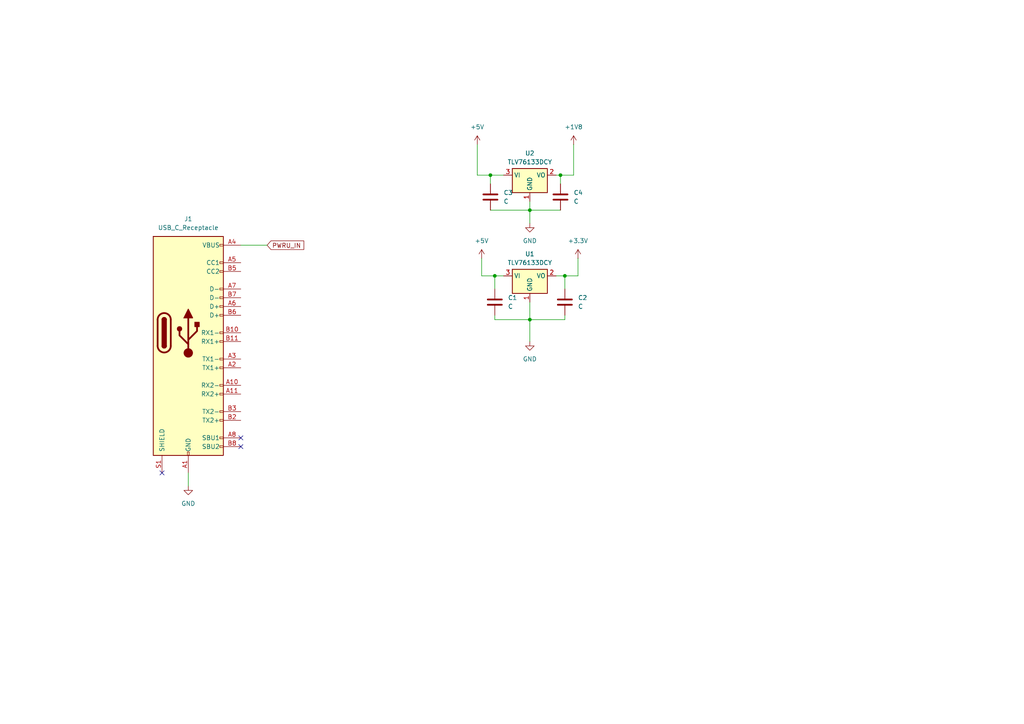
<source format=kicad_sch>
(kicad_sch
	(version 20231120)
	(generator "eeschema")
	(generator_version "8.0")
	(uuid "9673fe47-6f85-46d5-adac-85f6bab3eb26")
	(paper "A4")
	(lib_symbols
		(symbol "Connector:USB_C_Receptacle"
			(pin_names
				(offset 1.016)
			)
			(exclude_from_sim no)
			(in_bom yes)
			(on_board yes)
			(property "Reference" "J"
				(at -10.16 29.21 0)
				(effects
					(font
						(size 1.27 1.27)
					)
					(justify left)
				)
			)
			(property "Value" "USB_C_Receptacle"
				(at 10.16 29.21 0)
				(effects
					(font
						(size 1.27 1.27)
					)
					(justify right)
				)
			)
			(property "Footprint" ""
				(at 3.81 0 0)
				(effects
					(font
						(size 1.27 1.27)
					)
					(hide yes)
				)
			)
			(property "Datasheet" "https://www.usb.org/sites/default/files/documents/usb_type-c.zip"
				(at 3.81 0 0)
				(effects
					(font
						(size 1.27 1.27)
					)
					(hide yes)
				)
			)
			(property "Description" "USB Full-Featured Type-C Receptacle connector"
				(at 0 0 0)
				(effects
					(font
						(size 1.27 1.27)
					)
					(hide yes)
				)
			)
			(property "ki_keywords" "usb universal serial bus type-C full-featured"
				(at 0 0 0)
				(effects
					(font
						(size 1.27 1.27)
					)
					(hide yes)
				)
			)
			(property "ki_fp_filters" "USB*C*Receptacle*"
				(at 0 0 0)
				(effects
					(font
						(size 1.27 1.27)
					)
					(hide yes)
				)
			)
			(symbol "USB_C_Receptacle_0_0"
				(rectangle
					(start -0.254 -35.56)
					(end 0.254 -34.544)
					(stroke
						(width 0)
						(type default)
					)
					(fill
						(type none)
					)
				)
				(rectangle
					(start 10.16 -32.766)
					(end 9.144 -33.274)
					(stroke
						(width 0)
						(type default)
					)
					(fill
						(type none)
					)
				)
				(rectangle
					(start 10.16 -30.226)
					(end 9.144 -30.734)
					(stroke
						(width 0)
						(type default)
					)
					(fill
						(type none)
					)
				)
				(rectangle
					(start 10.16 -25.146)
					(end 9.144 -25.654)
					(stroke
						(width 0)
						(type default)
					)
					(fill
						(type none)
					)
				)
				(rectangle
					(start 10.16 -22.606)
					(end 9.144 -23.114)
					(stroke
						(width 0)
						(type default)
					)
					(fill
						(type none)
					)
				)
				(rectangle
					(start 10.16 -17.526)
					(end 9.144 -18.034)
					(stroke
						(width 0)
						(type default)
					)
					(fill
						(type none)
					)
				)
				(rectangle
					(start 10.16 -14.986)
					(end 9.144 -15.494)
					(stroke
						(width 0)
						(type default)
					)
					(fill
						(type none)
					)
				)
				(rectangle
					(start 10.16 -9.906)
					(end 9.144 -10.414)
					(stroke
						(width 0)
						(type default)
					)
					(fill
						(type none)
					)
				)
				(rectangle
					(start 10.16 -7.366)
					(end 9.144 -7.874)
					(stroke
						(width 0)
						(type default)
					)
					(fill
						(type none)
					)
				)
				(rectangle
					(start 10.16 -2.286)
					(end 9.144 -2.794)
					(stroke
						(width 0)
						(type default)
					)
					(fill
						(type none)
					)
				)
				(rectangle
					(start 10.16 0.254)
					(end 9.144 -0.254)
					(stroke
						(width 0)
						(type default)
					)
					(fill
						(type none)
					)
				)
				(rectangle
					(start 10.16 5.334)
					(end 9.144 4.826)
					(stroke
						(width 0)
						(type default)
					)
					(fill
						(type none)
					)
				)
				(rectangle
					(start 10.16 7.874)
					(end 9.144 7.366)
					(stroke
						(width 0)
						(type default)
					)
					(fill
						(type none)
					)
				)
				(rectangle
					(start 10.16 10.414)
					(end 9.144 9.906)
					(stroke
						(width 0)
						(type default)
					)
					(fill
						(type none)
					)
				)
				(rectangle
					(start 10.16 12.954)
					(end 9.144 12.446)
					(stroke
						(width 0)
						(type default)
					)
					(fill
						(type none)
					)
				)
				(rectangle
					(start 10.16 18.034)
					(end 9.144 17.526)
					(stroke
						(width 0)
						(type default)
					)
					(fill
						(type none)
					)
				)
				(rectangle
					(start 10.16 20.574)
					(end 9.144 20.066)
					(stroke
						(width 0)
						(type default)
					)
					(fill
						(type none)
					)
				)
				(rectangle
					(start 10.16 25.654)
					(end 9.144 25.146)
					(stroke
						(width 0)
						(type default)
					)
					(fill
						(type none)
					)
				)
			)
			(symbol "USB_C_Receptacle_0_1"
				(rectangle
					(start -10.16 27.94)
					(end 10.16 -35.56)
					(stroke
						(width 0.254)
						(type default)
					)
					(fill
						(type background)
					)
				)
				(arc
					(start -8.89 -3.81)
					(mid -6.985 -5.7067)
					(end -5.08 -3.81)
					(stroke
						(width 0.508)
						(type default)
					)
					(fill
						(type none)
					)
				)
				(arc
					(start -7.62 -3.81)
					(mid -6.985 -4.4423)
					(end -6.35 -3.81)
					(stroke
						(width 0.254)
						(type default)
					)
					(fill
						(type none)
					)
				)
				(arc
					(start -7.62 -3.81)
					(mid -6.985 -4.4423)
					(end -6.35 -3.81)
					(stroke
						(width 0.254)
						(type default)
					)
					(fill
						(type outline)
					)
				)
				(rectangle
					(start -7.62 -3.81)
					(end -6.35 3.81)
					(stroke
						(width 0.254)
						(type default)
					)
					(fill
						(type outline)
					)
				)
				(arc
					(start -6.35 3.81)
					(mid -6.985 4.4423)
					(end -7.62 3.81)
					(stroke
						(width 0.254)
						(type default)
					)
					(fill
						(type none)
					)
				)
				(arc
					(start -6.35 3.81)
					(mid -6.985 4.4423)
					(end -7.62 3.81)
					(stroke
						(width 0.254)
						(type default)
					)
					(fill
						(type outline)
					)
				)
				(arc
					(start -5.08 3.81)
					(mid -6.985 5.7067)
					(end -8.89 3.81)
					(stroke
						(width 0.508)
						(type default)
					)
					(fill
						(type none)
					)
				)
				(polyline
					(pts
						(xy -8.89 -3.81) (xy -8.89 3.81)
					)
					(stroke
						(width 0.508)
						(type default)
					)
					(fill
						(type none)
					)
				)
				(polyline
					(pts
						(xy -5.08 3.81) (xy -5.08 -3.81)
					)
					(stroke
						(width 0.508)
						(type default)
					)
					(fill
						(type none)
					)
				)
			)
			(symbol "USB_C_Receptacle_1_1"
				(circle
					(center -2.54 1.143)
					(radius 0.635)
					(stroke
						(width 0.254)
						(type default)
					)
					(fill
						(type outline)
					)
				)
				(circle
					(center 0 -5.842)
					(radius 1.27)
					(stroke
						(width 0)
						(type default)
					)
					(fill
						(type outline)
					)
				)
				(polyline
					(pts
						(xy 0 -5.842) (xy 0 4.318)
					)
					(stroke
						(width 0.508)
						(type default)
					)
					(fill
						(type none)
					)
				)
				(polyline
					(pts
						(xy 0 -3.302) (xy -2.54 -0.762) (xy -2.54 0.508)
					)
					(stroke
						(width 0.508)
						(type default)
					)
					(fill
						(type none)
					)
				)
				(polyline
					(pts
						(xy 0 -2.032) (xy 2.54 0.508) (xy 2.54 1.778)
					)
					(stroke
						(width 0.508)
						(type default)
					)
					(fill
						(type none)
					)
				)
				(polyline
					(pts
						(xy -1.27 4.318) (xy 0 6.858) (xy 1.27 4.318) (xy -1.27 4.318)
					)
					(stroke
						(width 0.254)
						(type default)
					)
					(fill
						(type outline)
					)
				)
				(rectangle
					(start 1.905 1.778)
					(end 3.175 3.048)
					(stroke
						(width 0.254)
						(type default)
					)
					(fill
						(type outline)
					)
				)
				(pin passive line
					(at 0 -40.64 90)
					(length 5.08)
					(name "GND"
						(effects
							(font
								(size 1.27 1.27)
							)
						)
					)
					(number "A1"
						(effects
							(font
								(size 1.27 1.27)
							)
						)
					)
				)
				(pin bidirectional line
					(at 15.24 -15.24 180)
					(length 5.08)
					(name "RX2-"
						(effects
							(font
								(size 1.27 1.27)
							)
						)
					)
					(number "A10"
						(effects
							(font
								(size 1.27 1.27)
							)
						)
					)
				)
				(pin bidirectional line
					(at 15.24 -17.78 180)
					(length 5.08)
					(name "RX2+"
						(effects
							(font
								(size 1.27 1.27)
							)
						)
					)
					(number "A11"
						(effects
							(font
								(size 1.27 1.27)
							)
						)
					)
				)
				(pin passive line
					(at 0 -40.64 90)
					(length 5.08) hide
					(name "GND"
						(effects
							(font
								(size 1.27 1.27)
							)
						)
					)
					(number "A12"
						(effects
							(font
								(size 1.27 1.27)
							)
						)
					)
				)
				(pin bidirectional line
					(at 15.24 -10.16 180)
					(length 5.08)
					(name "TX1+"
						(effects
							(font
								(size 1.27 1.27)
							)
						)
					)
					(number "A2"
						(effects
							(font
								(size 1.27 1.27)
							)
						)
					)
				)
				(pin bidirectional line
					(at 15.24 -7.62 180)
					(length 5.08)
					(name "TX1-"
						(effects
							(font
								(size 1.27 1.27)
							)
						)
					)
					(number "A3"
						(effects
							(font
								(size 1.27 1.27)
							)
						)
					)
				)
				(pin passive line
					(at 15.24 25.4 180)
					(length 5.08)
					(name "VBUS"
						(effects
							(font
								(size 1.27 1.27)
							)
						)
					)
					(number "A4"
						(effects
							(font
								(size 1.27 1.27)
							)
						)
					)
				)
				(pin bidirectional line
					(at 15.24 20.32 180)
					(length 5.08)
					(name "CC1"
						(effects
							(font
								(size 1.27 1.27)
							)
						)
					)
					(number "A5"
						(effects
							(font
								(size 1.27 1.27)
							)
						)
					)
				)
				(pin bidirectional line
					(at 15.24 7.62 180)
					(length 5.08)
					(name "D+"
						(effects
							(font
								(size 1.27 1.27)
							)
						)
					)
					(number "A6"
						(effects
							(font
								(size 1.27 1.27)
							)
						)
					)
				)
				(pin bidirectional line
					(at 15.24 12.7 180)
					(length 5.08)
					(name "D-"
						(effects
							(font
								(size 1.27 1.27)
							)
						)
					)
					(number "A7"
						(effects
							(font
								(size 1.27 1.27)
							)
						)
					)
				)
				(pin bidirectional line
					(at 15.24 -30.48 180)
					(length 5.08)
					(name "SBU1"
						(effects
							(font
								(size 1.27 1.27)
							)
						)
					)
					(number "A8"
						(effects
							(font
								(size 1.27 1.27)
							)
						)
					)
				)
				(pin passive line
					(at 15.24 25.4 180)
					(length 5.08) hide
					(name "VBUS"
						(effects
							(font
								(size 1.27 1.27)
							)
						)
					)
					(number "A9"
						(effects
							(font
								(size 1.27 1.27)
							)
						)
					)
				)
				(pin passive line
					(at 0 -40.64 90)
					(length 5.08) hide
					(name "GND"
						(effects
							(font
								(size 1.27 1.27)
							)
						)
					)
					(number "B1"
						(effects
							(font
								(size 1.27 1.27)
							)
						)
					)
				)
				(pin bidirectional line
					(at 15.24 0 180)
					(length 5.08)
					(name "RX1-"
						(effects
							(font
								(size 1.27 1.27)
							)
						)
					)
					(number "B10"
						(effects
							(font
								(size 1.27 1.27)
							)
						)
					)
				)
				(pin bidirectional line
					(at 15.24 -2.54 180)
					(length 5.08)
					(name "RX1+"
						(effects
							(font
								(size 1.27 1.27)
							)
						)
					)
					(number "B11"
						(effects
							(font
								(size 1.27 1.27)
							)
						)
					)
				)
				(pin passive line
					(at 0 -40.64 90)
					(length 5.08) hide
					(name "GND"
						(effects
							(font
								(size 1.27 1.27)
							)
						)
					)
					(number "B12"
						(effects
							(font
								(size 1.27 1.27)
							)
						)
					)
				)
				(pin bidirectional line
					(at 15.24 -25.4 180)
					(length 5.08)
					(name "TX2+"
						(effects
							(font
								(size 1.27 1.27)
							)
						)
					)
					(number "B2"
						(effects
							(font
								(size 1.27 1.27)
							)
						)
					)
				)
				(pin bidirectional line
					(at 15.24 -22.86 180)
					(length 5.08)
					(name "TX2-"
						(effects
							(font
								(size 1.27 1.27)
							)
						)
					)
					(number "B3"
						(effects
							(font
								(size 1.27 1.27)
							)
						)
					)
				)
				(pin passive line
					(at 15.24 25.4 180)
					(length 5.08) hide
					(name "VBUS"
						(effects
							(font
								(size 1.27 1.27)
							)
						)
					)
					(number "B4"
						(effects
							(font
								(size 1.27 1.27)
							)
						)
					)
				)
				(pin bidirectional line
					(at 15.24 17.78 180)
					(length 5.08)
					(name "CC2"
						(effects
							(font
								(size 1.27 1.27)
							)
						)
					)
					(number "B5"
						(effects
							(font
								(size 1.27 1.27)
							)
						)
					)
				)
				(pin bidirectional line
					(at 15.24 5.08 180)
					(length 5.08)
					(name "D+"
						(effects
							(font
								(size 1.27 1.27)
							)
						)
					)
					(number "B6"
						(effects
							(font
								(size 1.27 1.27)
							)
						)
					)
				)
				(pin bidirectional line
					(at 15.24 10.16 180)
					(length 5.08)
					(name "D-"
						(effects
							(font
								(size 1.27 1.27)
							)
						)
					)
					(number "B7"
						(effects
							(font
								(size 1.27 1.27)
							)
						)
					)
				)
				(pin bidirectional line
					(at 15.24 -33.02 180)
					(length 5.08)
					(name "SBU2"
						(effects
							(font
								(size 1.27 1.27)
							)
						)
					)
					(number "B8"
						(effects
							(font
								(size 1.27 1.27)
							)
						)
					)
				)
				(pin passive line
					(at 15.24 25.4 180)
					(length 5.08) hide
					(name "VBUS"
						(effects
							(font
								(size 1.27 1.27)
							)
						)
					)
					(number "B9"
						(effects
							(font
								(size 1.27 1.27)
							)
						)
					)
				)
				(pin passive line
					(at -7.62 -40.64 90)
					(length 5.08)
					(name "SHIELD"
						(effects
							(font
								(size 1.27 1.27)
							)
						)
					)
					(number "S1"
						(effects
							(font
								(size 1.27 1.27)
							)
						)
					)
				)
			)
		)
		(symbol "Device:C"
			(pin_numbers hide)
			(pin_names
				(offset 0.254)
			)
			(exclude_from_sim no)
			(in_bom yes)
			(on_board yes)
			(property "Reference" "C"
				(at 0.635 2.54 0)
				(effects
					(font
						(size 1.27 1.27)
					)
					(justify left)
				)
			)
			(property "Value" "C"
				(at 0.635 -2.54 0)
				(effects
					(font
						(size 1.27 1.27)
					)
					(justify left)
				)
			)
			(property "Footprint" ""
				(at 0.9652 -3.81 0)
				(effects
					(font
						(size 1.27 1.27)
					)
					(hide yes)
				)
			)
			(property "Datasheet" "~"
				(at 0 0 0)
				(effects
					(font
						(size 1.27 1.27)
					)
					(hide yes)
				)
			)
			(property "Description" "Unpolarized capacitor"
				(at 0 0 0)
				(effects
					(font
						(size 1.27 1.27)
					)
					(hide yes)
				)
			)
			(property "ki_keywords" "cap capacitor"
				(at 0 0 0)
				(effects
					(font
						(size 1.27 1.27)
					)
					(hide yes)
				)
			)
			(property "ki_fp_filters" "C_*"
				(at 0 0 0)
				(effects
					(font
						(size 1.27 1.27)
					)
					(hide yes)
				)
			)
			(symbol "C_0_1"
				(polyline
					(pts
						(xy -2.032 -0.762) (xy 2.032 -0.762)
					)
					(stroke
						(width 0.508)
						(type default)
					)
					(fill
						(type none)
					)
				)
				(polyline
					(pts
						(xy -2.032 0.762) (xy 2.032 0.762)
					)
					(stroke
						(width 0.508)
						(type default)
					)
					(fill
						(type none)
					)
				)
			)
			(symbol "C_1_1"
				(pin passive line
					(at 0 3.81 270)
					(length 2.794)
					(name "~"
						(effects
							(font
								(size 1.27 1.27)
							)
						)
					)
					(number "1"
						(effects
							(font
								(size 1.27 1.27)
							)
						)
					)
				)
				(pin passive line
					(at 0 -3.81 90)
					(length 2.794)
					(name "~"
						(effects
							(font
								(size 1.27 1.27)
							)
						)
					)
					(number "2"
						(effects
							(font
								(size 1.27 1.27)
							)
						)
					)
				)
			)
		)
		(symbol "Regulator_Linear:TLV76133DCY"
			(exclude_from_sim no)
			(in_bom yes)
			(on_board yes)
			(property "Reference" "U"
				(at -7.62 6.35 0)
				(effects
					(font
						(size 1.27 1.27)
					)
					(justify left)
				)
			)
			(property "Value" "TLV76133DCY"
				(at -1.27 6.35 0)
				(effects
					(font
						(size 1.27 1.27)
					)
					(justify left)
				)
			)
			(property "Footprint" "Package_TO_SOT_SMD:SOT-223-3_TabPin2"
				(at 0 -11.43 0)
				(effects
					(font
						(size 1.27 1.27)
					)
					(hide yes)
				)
			)
			(property "Datasheet" "https://www.ti.com/lit/ds/symlink/tlv761.pdf"
				(at 0 -13.97 0)
				(effects
					(font
						(size 1.27 1.27)
					)
					(hide yes)
				)
			)
			(property "Description" "3.3V, 1A, Low Noise, High-PSRR LDO Regulator, 2.5V...16V input, SOT-223"
				(at 0 0 0)
				(effects
					(font
						(size 1.27 1.27)
					)
					(hide yes)
				)
			)
			(property "ki_keywords" "voltage fixed low-dropout"
				(at 0 0 0)
				(effects
					(font
						(size 1.27 1.27)
					)
					(hide yes)
				)
			)
			(property "ki_fp_filters" "SOT*223*"
				(at 0 0 0)
				(effects
					(font
						(size 1.27 1.27)
					)
					(hide yes)
				)
			)
			(symbol "TLV76133DCY_0_1"
				(rectangle
					(start -5.08 -5.08)
					(end 5.08 1.905)
					(stroke
						(width 0.254)
						(type default)
					)
					(fill
						(type background)
					)
				)
			)
			(symbol "TLV76133DCY_1_1"
				(pin power_in line
					(at 0 -7.62 90)
					(length 2.54)
					(name "GND"
						(effects
							(font
								(size 1.27 1.27)
							)
						)
					)
					(number "1"
						(effects
							(font
								(size 1.27 1.27)
							)
						)
					)
				)
				(pin power_out line
					(at 7.62 0 180)
					(length 2.54)
					(name "VO"
						(effects
							(font
								(size 1.27 1.27)
							)
						)
					)
					(number "2"
						(effects
							(font
								(size 1.27 1.27)
							)
						)
					)
				)
				(pin power_in line
					(at -7.62 0 0)
					(length 2.54)
					(name "VI"
						(effects
							(font
								(size 1.27 1.27)
							)
						)
					)
					(number "3"
						(effects
							(font
								(size 1.27 1.27)
							)
						)
					)
				)
			)
		)
		(symbol "power:+1V8"
			(power)
			(pin_numbers hide)
			(pin_names
				(offset 0) hide)
			(exclude_from_sim no)
			(in_bom yes)
			(on_board yes)
			(property "Reference" "#PWR"
				(at 0 -3.81 0)
				(effects
					(font
						(size 1.27 1.27)
					)
					(hide yes)
				)
			)
			(property "Value" "+1V8"
				(at 0 3.556 0)
				(effects
					(font
						(size 1.27 1.27)
					)
				)
			)
			(property "Footprint" ""
				(at 0 0 0)
				(effects
					(font
						(size 1.27 1.27)
					)
					(hide yes)
				)
			)
			(property "Datasheet" ""
				(at 0 0 0)
				(effects
					(font
						(size 1.27 1.27)
					)
					(hide yes)
				)
			)
			(property "Description" "Power symbol creates a global label with name \"+1V8\""
				(at 0 0 0)
				(effects
					(font
						(size 1.27 1.27)
					)
					(hide yes)
				)
			)
			(property "ki_keywords" "global power"
				(at 0 0 0)
				(effects
					(font
						(size 1.27 1.27)
					)
					(hide yes)
				)
			)
			(symbol "+1V8_0_1"
				(polyline
					(pts
						(xy -0.762 1.27) (xy 0 2.54)
					)
					(stroke
						(width 0)
						(type default)
					)
					(fill
						(type none)
					)
				)
				(polyline
					(pts
						(xy 0 0) (xy 0 2.54)
					)
					(stroke
						(width 0)
						(type default)
					)
					(fill
						(type none)
					)
				)
				(polyline
					(pts
						(xy 0 2.54) (xy 0.762 1.27)
					)
					(stroke
						(width 0)
						(type default)
					)
					(fill
						(type none)
					)
				)
			)
			(symbol "+1V8_1_1"
				(pin power_in line
					(at 0 0 90)
					(length 0)
					(name "~"
						(effects
							(font
								(size 1.27 1.27)
							)
						)
					)
					(number "1"
						(effects
							(font
								(size 1.27 1.27)
							)
						)
					)
				)
			)
		)
		(symbol "power:+3.3V"
			(power)
			(pin_numbers hide)
			(pin_names
				(offset 0) hide)
			(exclude_from_sim no)
			(in_bom yes)
			(on_board yes)
			(property "Reference" "#PWR"
				(at 0 -3.81 0)
				(effects
					(font
						(size 1.27 1.27)
					)
					(hide yes)
				)
			)
			(property "Value" "+3.3V"
				(at 0 3.556 0)
				(effects
					(font
						(size 1.27 1.27)
					)
				)
			)
			(property "Footprint" ""
				(at 0 0 0)
				(effects
					(font
						(size 1.27 1.27)
					)
					(hide yes)
				)
			)
			(property "Datasheet" ""
				(at 0 0 0)
				(effects
					(font
						(size 1.27 1.27)
					)
					(hide yes)
				)
			)
			(property "Description" "Power symbol creates a global label with name \"+3.3V\""
				(at 0 0 0)
				(effects
					(font
						(size 1.27 1.27)
					)
					(hide yes)
				)
			)
			(property "ki_keywords" "global power"
				(at 0 0 0)
				(effects
					(font
						(size 1.27 1.27)
					)
					(hide yes)
				)
			)
			(symbol "+3.3V_0_1"
				(polyline
					(pts
						(xy -0.762 1.27) (xy 0 2.54)
					)
					(stroke
						(width 0)
						(type default)
					)
					(fill
						(type none)
					)
				)
				(polyline
					(pts
						(xy 0 0) (xy 0 2.54)
					)
					(stroke
						(width 0)
						(type default)
					)
					(fill
						(type none)
					)
				)
				(polyline
					(pts
						(xy 0 2.54) (xy 0.762 1.27)
					)
					(stroke
						(width 0)
						(type default)
					)
					(fill
						(type none)
					)
				)
			)
			(symbol "+3.3V_1_1"
				(pin power_in line
					(at 0 0 90)
					(length 0)
					(name "~"
						(effects
							(font
								(size 1.27 1.27)
							)
						)
					)
					(number "1"
						(effects
							(font
								(size 1.27 1.27)
							)
						)
					)
				)
			)
		)
		(symbol "power:+5V"
			(power)
			(pin_numbers hide)
			(pin_names
				(offset 0) hide)
			(exclude_from_sim no)
			(in_bom yes)
			(on_board yes)
			(property "Reference" "#PWR"
				(at 0 -3.81 0)
				(effects
					(font
						(size 1.27 1.27)
					)
					(hide yes)
				)
			)
			(property "Value" "+5V"
				(at 0 3.556 0)
				(effects
					(font
						(size 1.27 1.27)
					)
				)
			)
			(property "Footprint" ""
				(at 0 0 0)
				(effects
					(font
						(size 1.27 1.27)
					)
					(hide yes)
				)
			)
			(property "Datasheet" ""
				(at 0 0 0)
				(effects
					(font
						(size 1.27 1.27)
					)
					(hide yes)
				)
			)
			(property "Description" "Power symbol creates a global label with name \"+5V\""
				(at 0 0 0)
				(effects
					(font
						(size 1.27 1.27)
					)
					(hide yes)
				)
			)
			(property "ki_keywords" "global power"
				(at 0 0 0)
				(effects
					(font
						(size 1.27 1.27)
					)
					(hide yes)
				)
			)
			(symbol "+5V_0_1"
				(polyline
					(pts
						(xy -0.762 1.27) (xy 0 2.54)
					)
					(stroke
						(width 0)
						(type default)
					)
					(fill
						(type none)
					)
				)
				(polyline
					(pts
						(xy 0 0) (xy 0 2.54)
					)
					(stroke
						(width 0)
						(type default)
					)
					(fill
						(type none)
					)
				)
				(polyline
					(pts
						(xy 0 2.54) (xy 0.762 1.27)
					)
					(stroke
						(width 0)
						(type default)
					)
					(fill
						(type none)
					)
				)
			)
			(symbol "+5V_1_1"
				(pin power_in line
					(at 0 0 90)
					(length 0)
					(name "~"
						(effects
							(font
								(size 1.27 1.27)
							)
						)
					)
					(number "1"
						(effects
							(font
								(size 1.27 1.27)
							)
						)
					)
				)
			)
		)
		(symbol "power:GND"
			(power)
			(pin_numbers hide)
			(pin_names
				(offset 0) hide)
			(exclude_from_sim no)
			(in_bom yes)
			(on_board yes)
			(property "Reference" "#PWR"
				(at 0 -6.35 0)
				(effects
					(font
						(size 1.27 1.27)
					)
					(hide yes)
				)
			)
			(property "Value" "GND"
				(at 0 -3.81 0)
				(effects
					(font
						(size 1.27 1.27)
					)
				)
			)
			(property "Footprint" ""
				(at 0 0 0)
				(effects
					(font
						(size 1.27 1.27)
					)
					(hide yes)
				)
			)
			(property "Datasheet" ""
				(at 0 0 0)
				(effects
					(font
						(size 1.27 1.27)
					)
					(hide yes)
				)
			)
			(property "Description" "Power symbol creates a global label with name \"GND\" , ground"
				(at 0 0 0)
				(effects
					(font
						(size 1.27 1.27)
					)
					(hide yes)
				)
			)
			(property "ki_keywords" "global power"
				(at 0 0 0)
				(effects
					(font
						(size 1.27 1.27)
					)
					(hide yes)
				)
			)
			(symbol "GND_0_1"
				(polyline
					(pts
						(xy 0 0) (xy 0 -1.27) (xy 1.27 -1.27) (xy 0 -2.54) (xy -1.27 -1.27) (xy 0 -1.27)
					)
					(stroke
						(width 0)
						(type default)
					)
					(fill
						(type none)
					)
				)
			)
			(symbol "GND_1_1"
				(pin power_in line
					(at 0 0 270)
					(length 0)
					(name "~"
						(effects
							(font
								(size 1.27 1.27)
							)
						)
					)
					(number "1"
						(effects
							(font
								(size 1.27 1.27)
							)
						)
					)
				)
			)
		)
	)
	(junction
		(at 142.24 50.8)
		(diameter 0)
		(color 0 0 0 0)
		(uuid "047c3d44-d8e5-45da-8a9f-ca117870bc0c")
	)
	(junction
		(at 153.67 92.71)
		(diameter 0)
		(color 0 0 0 0)
		(uuid "33d124f9-dfff-40bf-aa1a-f79057ec0c9c")
	)
	(junction
		(at 143.51 80.01)
		(diameter 0)
		(color 0 0 0 0)
		(uuid "5155607d-8aa1-44ee-9dca-a28e97809fae")
	)
	(junction
		(at 162.56 50.8)
		(diameter 0)
		(color 0 0 0 0)
		(uuid "6c4c9a8c-91e5-4625-b338-59df4c41d6f3")
	)
	(junction
		(at 163.83 80.01)
		(diameter 0)
		(color 0 0 0 0)
		(uuid "75c556f9-079d-4ee8-a7d7-6da05c39f3df")
	)
	(junction
		(at 153.67 60.96)
		(diameter 0)
		(color 0 0 0 0)
		(uuid "ea07eaa5-6d62-4a28-9c03-26fdd1c4b4dc")
	)
	(no_connect
		(at 69.85 127)
		(uuid "2bbbeb58-a7a8-4943-b432-68f73536dfaf")
	)
	(no_connect
		(at 46.99 137.16)
		(uuid "d1fa63a2-3167-4274-90a6-a6ed605a3ecf")
	)
	(no_connect
		(at 69.85 129.54)
		(uuid "e8a1633e-5195-4c61-a859-38a66f89e10d")
	)
	(wire
		(pts
			(xy 153.67 92.71) (xy 163.83 92.71)
		)
		(stroke
			(width 0)
			(type default)
		)
		(uuid "0164b759-564b-4d63-8cec-b6c8c4c9c357")
	)
	(wire
		(pts
			(xy 143.51 92.71) (xy 153.67 92.71)
		)
		(stroke
			(width 0)
			(type default)
		)
		(uuid "0483943d-873c-4a07-8f84-2cc4859ff2db")
	)
	(wire
		(pts
			(xy 143.51 80.01) (xy 143.51 83.82)
		)
		(stroke
			(width 0)
			(type default)
		)
		(uuid "10bf71d2-cb4a-4d30-a53b-c63ceb4ddea1")
	)
	(wire
		(pts
			(xy 142.24 50.8) (xy 138.43 50.8)
		)
		(stroke
			(width 0)
			(type default)
		)
		(uuid "1ece00d3-e6ca-45a4-9f81-7b9ae6485e6e")
	)
	(wire
		(pts
			(xy 163.83 91.44) (xy 163.83 92.71)
		)
		(stroke
			(width 0)
			(type default)
		)
		(uuid "1f7d1fe3-7c48-471d-9f8c-3849e6a59bce")
	)
	(wire
		(pts
			(xy 143.51 91.44) (xy 143.51 92.71)
		)
		(stroke
			(width 0)
			(type default)
		)
		(uuid "26ef3602-9731-4fb5-b199-e1a3aafcc40b")
	)
	(wire
		(pts
			(xy 162.56 50.8) (xy 161.29 50.8)
		)
		(stroke
			(width 0)
			(type default)
		)
		(uuid "2f88cf7a-48ff-4023-8bc7-ebf7c175a825")
	)
	(wire
		(pts
			(xy 153.67 58.42) (xy 153.67 60.96)
		)
		(stroke
			(width 0)
			(type default)
		)
		(uuid "4218285c-192a-4f9f-b085-969fe4ed70ac")
	)
	(wire
		(pts
			(xy 54.61 137.16) (xy 54.61 140.97)
		)
		(stroke
			(width 0)
			(type default)
		)
		(uuid "504fa7e7-cbcc-47f7-9723-c6f46124a823")
	)
	(wire
		(pts
			(xy 142.24 50.8) (xy 142.24 53.34)
		)
		(stroke
			(width 0)
			(type default)
		)
		(uuid "545e9c78-041b-44be-ae2a-9c9f216faea8")
	)
	(wire
		(pts
			(xy 163.83 80.01) (xy 163.83 83.82)
		)
		(stroke
			(width 0)
			(type default)
		)
		(uuid "5f4a4551-4eb1-4c51-83ef-2528f040da55")
	)
	(wire
		(pts
			(xy 161.29 80.01) (xy 163.83 80.01)
		)
		(stroke
			(width 0)
			(type default)
		)
		(uuid "62b3282c-bc34-4722-b249-132e6007ca03")
	)
	(wire
		(pts
			(xy 166.37 41.91) (xy 166.37 50.8)
		)
		(stroke
			(width 0)
			(type default)
		)
		(uuid "72b08b8d-c7b3-4431-84c7-8d7a2a34a086")
	)
	(wire
		(pts
			(xy 142.24 60.96) (xy 153.67 60.96)
		)
		(stroke
			(width 0)
			(type default)
		)
		(uuid "7a8bfb77-1fc7-4e2b-942d-267337ee3226")
	)
	(wire
		(pts
			(xy 146.05 50.8) (xy 142.24 50.8)
		)
		(stroke
			(width 0)
			(type default)
		)
		(uuid "81907c3a-00c4-4b74-a1d1-fd318e0287aa")
	)
	(wire
		(pts
			(xy 153.67 60.96) (xy 162.56 60.96)
		)
		(stroke
			(width 0)
			(type default)
		)
		(uuid "9858a46b-d094-4990-9d8f-2ad475d4de63")
	)
	(wire
		(pts
			(xy 163.83 80.01) (xy 167.64 80.01)
		)
		(stroke
			(width 0)
			(type default)
		)
		(uuid "a5c48e87-8cb7-497b-b0e0-f283412b3964")
	)
	(wire
		(pts
			(xy 167.64 80.01) (xy 167.64 74.93)
		)
		(stroke
			(width 0)
			(type default)
		)
		(uuid "a6a23c09-bfef-48df-be8d-f5f83117291a")
	)
	(wire
		(pts
			(xy 162.56 50.8) (xy 162.56 53.34)
		)
		(stroke
			(width 0)
			(type default)
		)
		(uuid "badb4786-a930-4a39-a39f-de587179bef8")
	)
	(wire
		(pts
			(xy 143.51 80.01) (xy 146.05 80.01)
		)
		(stroke
			(width 0)
			(type default)
		)
		(uuid "c6d58016-7659-426d-b60b-86e75161744d")
	)
	(wire
		(pts
			(xy 153.67 87.63) (xy 153.67 92.71)
		)
		(stroke
			(width 0)
			(type default)
		)
		(uuid "cd87579e-770f-4702-b7de-09e5781b64a4")
	)
	(wire
		(pts
			(xy 139.7 80.01) (xy 143.51 80.01)
		)
		(stroke
			(width 0)
			(type default)
		)
		(uuid "cdd7d4ad-97ec-4bd3-bab8-4cde4fdd1a53")
	)
	(wire
		(pts
			(xy 69.85 71.12) (xy 77.47 71.12)
		)
		(stroke
			(width 0)
			(type default)
		)
		(uuid "cf640b71-5fa4-4021-81df-e83dd03a6ac3")
	)
	(wire
		(pts
			(xy 139.7 80.01) (xy 139.7 74.93)
		)
		(stroke
			(width 0)
			(type default)
		)
		(uuid "d20230ac-b42e-42fe-8347-c8b3ead35fa3")
	)
	(wire
		(pts
			(xy 153.67 92.71) (xy 153.67 99.06)
		)
		(stroke
			(width 0)
			(type default)
		)
		(uuid "d4a029e0-d803-497c-8d41-e1cd99227d1e")
	)
	(wire
		(pts
			(xy 166.37 50.8) (xy 162.56 50.8)
		)
		(stroke
			(width 0)
			(type default)
		)
		(uuid "e4b62072-798c-402c-b360-357472f27a1c")
	)
	(wire
		(pts
			(xy 138.43 50.8) (xy 138.43 41.91)
		)
		(stroke
			(width 0)
			(type default)
		)
		(uuid "f50a589c-0ec2-4d88-ace9-76fa5847375a")
	)
	(wire
		(pts
			(xy 153.67 60.96) (xy 153.67 64.77)
		)
		(stroke
			(width 0)
			(type default)
		)
		(uuid "f7c06d30-cd34-4268-99b6-2363f8f86bd5")
	)
	(global_label "PWRU_IN"
		(shape input)
		(at 77.47 71.12 0)
		(fields_autoplaced yes)
		(effects
			(font
				(size 1.27 1.27)
			)
			(justify left)
		)
		(uuid "e4014f77-f749-4f9a-b9b5-06d30e8faea7")
		(property "Intersheetrefs" "${INTERSHEET_REFS}"
			(at 88.68 71.12 0)
			(effects
				(font
					(size 1.27 1.27)
				)
				(justify left)
				(hide yes)
			)
		)
	)
	(symbol
		(lib_id "power:GND")
		(at 54.61 140.97 0)
		(unit 1)
		(exclude_from_sim no)
		(in_bom yes)
		(on_board yes)
		(dnp no)
		(fields_autoplaced yes)
		(uuid "1b090125-7191-4077-97d1-a4f043dff504")
		(property "Reference" "#PWR01"
			(at 54.61 147.32 0)
			(effects
				(font
					(size 1.27 1.27)
				)
				(hide yes)
			)
		)
		(property "Value" "GND"
			(at 54.61 146.05 0)
			(effects
				(font
					(size 1.27 1.27)
				)
			)
		)
		(property "Footprint" ""
			(at 54.61 140.97 0)
			(effects
				(font
					(size 1.27 1.27)
				)
				(hide yes)
			)
		)
		(property "Datasheet" ""
			(at 54.61 140.97 0)
			(effects
				(font
					(size 1.27 1.27)
				)
				(hide yes)
			)
		)
		(property "Description" "Power symbol creates a global label with name \"GND\" , ground"
			(at 54.61 140.97 0)
			(effects
				(font
					(size 1.27 1.27)
				)
				(hide yes)
			)
		)
		(pin "1"
			(uuid "2e268bf5-5b74-4ded-a0b8-2b2762f2c1b3")
		)
		(instances
			(project ""
				(path "/1f1d514b-67fa-4200-8a91-3df4fa362116/0343c682-befc-4ee5-b37a-1320720af1f7"
					(reference "#PWR01")
					(unit 1)
				)
			)
		)
	)
	(symbol
		(lib_id "power:+5V")
		(at 138.43 41.91 0)
		(unit 1)
		(exclude_from_sim no)
		(in_bom yes)
		(on_board yes)
		(dnp no)
		(fields_autoplaced yes)
		(uuid "2b4f2769-536a-4e85-97dc-0e8c69d8c9be")
		(property "Reference" "#PWR06"
			(at 138.43 45.72 0)
			(effects
				(font
					(size 1.27 1.27)
				)
				(hide yes)
			)
		)
		(property "Value" "+5V"
			(at 138.43 36.83 0)
			(effects
				(font
					(size 1.27 1.27)
				)
			)
		)
		(property "Footprint" ""
			(at 138.43 41.91 0)
			(effects
				(font
					(size 1.27 1.27)
				)
				(hide yes)
			)
		)
		(property "Datasheet" ""
			(at 138.43 41.91 0)
			(effects
				(font
					(size 1.27 1.27)
				)
				(hide yes)
			)
		)
		(property "Description" "Power symbol creates a global label with name \"+5V\""
			(at 138.43 41.91 0)
			(effects
				(font
					(size 1.27 1.27)
				)
				(hide yes)
			)
		)
		(pin "1"
			(uuid "52dc0ba4-4b4e-4d99-b687-b21bd0ce5721")
		)
		(instances
			(project ""
				(path "/1f1d514b-67fa-4200-8a91-3df4fa362116/0343c682-befc-4ee5-b37a-1320720af1f7"
					(reference "#PWR06")
					(unit 1)
				)
			)
		)
	)
	(symbol
		(lib_id "Connector:USB_C_Receptacle")
		(at 54.61 96.52 0)
		(unit 1)
		(exclude_from_sim no)
		(in_bom yes)
		(on_board yes)
		(dnp no)
		(fields_autoplaced yes)
		(uuid "36d248f8-1ea1-4635-a0eb-99a901e8b45a")
		(property "Reference" "J1"
			(at 54.61 63.5 0)
			(effects
				(font
					(size 1.27 1.27)
				)
			)
		)
		(property "Value" "USB_C_Receptacle"
			(at 54.61 66.04 0)
			(effects
				(font
					(size 1.27 1.27)
				)
			)
		)
		(property "Footprint" ""
			(at 58.42 96.52 0)
			(effects
				(font
					(size 1.27 1.27)
				)
				(hide yes)
			)
		)
		(property "Datasheet" "https://www.usb.org/sites/default/files/documents/usb_type-c.zip"
			(at 58.42 96.52 0)
			(effects
				(font
					(size 1.27 1.27)
				)
				(hide yes)
			)
		)
		(property "Description" "USB Full-Featured Type-C Receptacle connector"
			(at 54.61 96.52 0)
			(effects
				(font
					(size 1.27 1.27)
				)
				(hide yes)
			)
		)
		(pin "A3"
			(uuid "e0047e8c-ebe8-480f-a7dc-a75c577ece61")
		)
		(pin "A5"
			(uuid "757d3cc2-d8a5-4226-af9d-edb9b68b8ce6")
		)
		(pin "A11"
			(uuid "241664ff-c6c4-4d87-8269-51be071dfed5")
		)
		(pin "B12"
			(uuid "99a8e8cf-7383-46c6-9410-14f21af160fd")
		)
		(pin "B1"
			(uuid "b5b278d7-cc14-4d20-9bd5-71af2c902e8a")
		)
		(pin "B8"
			(uuid "2aeff05b-882a-4f31-a93f-1b7f5b25b777")
		)
		(pin "A10"
			(uuid "df7e0b96-7f30-4da2-a4b3-0fe75b9e47b0")
		)
		(pin "A12"
			(uuid "9d23341b-d022-4bd7-a20a-ed7badcbb0ce")
		)
		(pin "B4"
			(uuid "a5584db1-f330-4a4f-9300-abd3f5e0fe03")
		)
		(pin "A7"
			(uuid "fec255bd-e4e7-4d36-9850-a5f3e03e0e72")
		)
		(pin "B5"
			(uuid "467efcda-49f3-446d-9b03-7da0522fe5ee")
		)
		(pin "A4"
			(uuid "b8485b9f-ac3f-4ee6-aeb1-a62d4fed90a8")
		)
		(pin "B6"
			(uuid "f132addf-c6af-4f97-aeeb-3444e8e5ce0e")
		)
		(pin "B9"
			(uuid "d69146e7-b693-4df7-9591-5b3e236dad95")
		)
		(pin "B11"
			(uuid "70764401-5627-402a-a62c-a6821f0d2da3")
		)
		(pin "B10"
			(uuid "aa18744b-f8f8-474f-8d66-58a1ec94a2bf")
		)
		(pin "B3"
			(uuid "6fff63ca-a3ff-44b9-a97e-2616bc3567ae")
		)
		(pin "A2"
			(uuid "6c8f0cfd-3150-4187-8970-6edeac583740")
		)
		(pin "A1"
			(uuid "d5b60524-0373-465f-a1e8-4a5688a94278")
		)
		(pin "A9"
			(uuid "6c74b276-0bbf-4fb8-8950-aae6a51fda7c")
		)
		(pin "A6"
			(uuid "f04e0275-d808-4817-892a-342946c533ca")
		)
		(pin "B2"
			(uuid "d223c990-6115-4203-8f0d-d6c7bc24e833")
		)
		(pin "A8"
			(uuid "63807e6d-7d90-4f5a-a795-5cc813c7f90c")
		)
		(pin "B7"
			(uuid "dae603f4-8ca4-4ff2-9630-29289b46e997")
		)
		(pin "S1"
			(uuid "aa6831f3-b0b8-42fc-b9f5-240ce4d190e2")
		)
		(instances
			(project ""
				(path "/1f1d514b-67fa-4200-8a91-3df4fa362116/0343c682-befc-4ee5-b37a-1320720af1f7"
					(reference "J1")
					(unit 1)
				)
			)
		)
	)
	(symbol
		(lib_id "power:GND")
		(at 153.67 64.77 0)
		(unit 1)
		(exclude_from_sim no)
		(in_bom yes)
		(on_board yes)
		(dnp no)
		(fields_autoplaced yes)
		(uuid "42a4d4f9-f2ce-41c3-934a-28ba2be1d03a")
		(property "Reference" "#PWR08"
			(at 153.67 71.12 0)
			(effects
				(font
					(size 1.27 1.27)
				)
				(hide yes)
			)
		)
		(property "Value" "GND"
			(at 153.67 69.85 0)
			(effects
				(font
					(size 1.27 1.27)
				)
			)
		)
		(property "Footprint" ""
			(at 153.67 64.77 0)
			(effects
				(font
					(size 1.27 1.27)
				)
				(hide yes)
			)
		)
		(property "Datasheet" ""
			(at 153.67 64.77 0)
			(effects
				(font
					(size 1.27 1.27)
				)
				(hide yes)
			)
		)
		(property "Description" "Power symbol creates a global label with name \"GND\" , ground"
			(at 153.67 64.77 0)
			(effects
				(font
					(size 1.27 1.27)
				)
				(hide yes)
			)
		)
		(pin "1"
			(uuid "39b79f46-a6c0-4dcb-ac84-7f25cf1a4728")
		)
		(instances
			(project ""
				(path "/1f1d514b-67fa-4200-8a91-3df4fa362116/0343c682-befc-4ee5-b37a-1320720af1f7"
					(reference "#PWR08")
					(unit 1)
				)
			)
		)
	)
	(symbol
		(lib_id "power:+5V")
		(at 139.7 74.93 0)
		(unit 1)
		(exclude_from_sim no)
		(in_bom yes)
		(on_board yes)
		(dnp no)
		(fields_autoplaced yes)
		(uuid "4cdf6c19-5db3-48ce-9ea7-5edb97f5cd34")
		(property "Reference" "#PWR04"
			(at 139.7 78.74 0)
			(effects
				(font
					(size 1.27 1.27)
				)
				(hide yes)
			)
		)
		(property "Value" "+5V"
			(at 139.7 69.85 0)
			(effects
				(font
					(size 1.27 1.27)
				)
			)
		)
		(property "Footprint" ""
			(at 139.7 74.93 0)
			(effects
				(font
					(size 1.27 1.27)
				)
				(hide yes)
			)
		)
		(property "Datasheet" ""
			(at 139.7 74.93 0)
			(effects
				(font
					(size 1.27 1.27)
				)
				(hide yes)
			)
		)
		(property "Description" "Power symbol creates a global label with name \"+5V\""
			(at 139.7 74.93 0)
			(effects
				(font
					(size 1.27 1.27)
				)
				(hide yes)
			)
		)
		(pin "1"
			(uuid "c64e8f90-0b01-463f-94f1-b1efceeaa806")
		)
		(instances
			(project ""
				(path "/1f1d514b-67fa-4200-8a91-3df4fa362116/0343c682-befc-4ee5-b37a-1320720af1f7"
					(reference "#PWR04")
					(unit 1)
				)
			)
		)
	)
	(symbol
		(lib_id "Device:C")
		(at 162.56 57.15 0)
		(unit 1)
		(exclude_from_sim no)
		(in_bom yes)
		(on_board yes)
		(dnp no)
		(fields_autoplaced yes)
		(uuid "4e86e6b7-9d28-417a-a197-fe74dcdf0d51")
		(property "Reference" "C4"
			(at 166.37 55.8799 0)
			(effects
				(font
					(size 1.27 1.27)
				)
				(justify left)
			)
		)
		(property "Value" "C"
			(at 166.37 58.4199 0)
			(effects
				(font
					(size 1.27 1.27)
				)
				(justify left)
			)
		)
		(property "Footprint" ""
			(at 163.5252 60.96 0)
			(effects
				(font
					(size 1.27 1.27)
				)
				(hide yes)
			)
		)
		(property "Datasheet" "~"
			(at 162.56 57.15 0)
			(effects
				(font
					(size 1.27 1.27)
				)
				(hide yes)
			)
		)
		(property "Description" "Unpolarized capacitor"
			(at 162.56 57.15 0)
			(effects
				(font
					(size 1.27 1.27)
				)
				(hide yes)
			)
		)
		(pin "2"
			(uuid "0db78a1b-ab6c-48e9-848d-914c18351f20")
		)
		(pin "1"
			(uuid "1168b6b8-0b22-41ae-9697-8f0dc090cb2b")
		)
		(instances
			(project ""
				(path "/1f1d514b-67fa-4200-8a91-3df4fa362116/0343c682-befc-4ee5-b37a-1320720af1f7"
					(reference "C4")
					(unit 1)
				)
			)
		)
	)
	(symbol
		(lib_id "power:+3.3V")
		(at 167.64 74.93 0)
		(unit 1)
		(exclude_from_sim no)
		(in_bom yes)
		(on_board yes)
		(dnp no)
		(fields_autoplaced yes)
		(uuid "58225f9e-b430-4b69-92f2-dd569fc73dd1")
		(property "Reference" "#PWR05"
			(at 167.64 78.74 0)
			(effects
				(font
					(size 1.27 1.27)
				)
				(hide yes)
			)
		)
		(property "Value" "+3.3V"
			(at 167.64 69.85 0)
			(effects
				(font
					(size 1.27 1.27)
				)
			)
		)
		(property "Footprint" ""
			(at 167.64 74.93 0)
			(effects
				(font
					(size 1.27 1.27)
				)
				(hide yes)
			)
		)
		(property "Datasheet" ""
			(at 167.64 74.93 0)
			(effects
				(font
					(size 1.27 1.27)
				)
				(hide yes)
			)
		)
		(property "Description" "Power symbol creates a global label with name \"+3.3V\""
			(at 167.64 74.93 0)
			(effects
				(font
					(size 1.27 1.27)
				)
				(hide yes)
			)
		)
		(pin "1"
			(uuid "dbb50e9a-c21e-41ee-bf83-0ac98e7b4b9c")
		)
		(instances
			(project ""
				(path "/1f1d514b-67fa-4200-8a91-3df4fa362116/0343c682-befc-4ee5-b37a-1320720af1f7"
					(reference "#PWR05")
					(unit 1)
				)
			)
		)
	)
	(symbol
		(lib_id "Device:C")
		(at 142.24 57.15 0)
		(unit 1)
		(exclude_from_sim no)
		(in_bom yes)
		(on_board yes)
		(dnp no)
		(fields_autoplaced yes)
		(uuid "5c77c8bb-5c65-4e31-92b1-4ebb1ab9034c")
		(property "Reference" "C3"
			(at 146.05 55.8799 0)
			(effects
				(font
					(size 1.27 1.27)
				)
				(justify left)
			)
		)
		(property "Value" "C"
			(at 146.05 58.4199 0)
			(effects
				(font
					(size 1.27 1.27)
				)
				(justify left)
			)
		)
		(property "Footprint" ""
			(at 143.2052 60.96 0)
			(effects
				(font
					(size 1.27 1.27)
				)
				(hide yes)
			)
		)
		(property "Datasheet" "~"
			(at 142.24 57.15 0)
			(effects
				(font
					(size 1.27 1.27)
				)
				(hide yes)
			)
		)
		(property "Description" "Unpolarized capacitor"
			(at 142.24 57.15 0)
			(effects
				(font
					(size 1.27 1.27)
				)
				(hide yes)
			)
		)
		(pin "1"
			(uuid "a75a7be2-2ae8-4da2-8a2c-04c5ab4950be")
		)
		(pin "2"
			(uuid "c2038e4a-5618-47d8-aeaf-152ed5661305")
		)
		(instances
			(project ""
				(path "/1f1d514b-67fa-4200-8a91-3df4fa362116/0343c682-befc-4ee5-b37a-1320720af1f7"
					(reference "C3")
					(unit 1)
				)
			)
		)
	)
	(symbol
		(lib_id "Device:C")
		(at 143.51 87.63 0)
		(unit 1)
		(exclude_from_sim no)
		(in_bom yes)
		(on_board yes)
		(dnp no)
		(fields_autoplaced yes)
		(uuid "7229a8ca-4e8d-4040-8508-252b3c202f03")
		(property "Reference" "C1"
			(at 147.32 86.3599 0)
			(effects
				(font
					(size 1.27 1.27)
				)
				(justify left)
			)
		)
		(property "Value" "C"
			(at 147.32 88.8999 0)
			(effects
				(font
					(size 1.27 1.27)
				)
				(justify left)
			)
		)
		(property "Footprint" ""
			(at 144.4752 91.44 0)
			(effects
				(font
					(size 1.27 1.27)
				)
				(hide yes)
			)
		)
		(property "Datasheet" "~"
			(at 143.51 87.63 0)
			(effects
				(font
					(size 1.27 1.27)
				)
				(hide yes)
			)
		)
		(property "Description" "Unpolarized capacitor"
			(at 143.51 87.63 0)
			(effects
				(font
					(size 1.27 1.27)
				)
				(hide yes)
			)
		)
		(pin "2"
			(uuid "ce97daee-a75c-4ce4-9606-232c0fcc5cc4")
		)
		(pin "1"
			(uuid "9704279b-b7cb-4ffd-969a-da3d8fa94e43")
		)
		(instances
			(project ""
				(path "/1f1d514b-67fa-4200-8a91-3df4fa362116/0343c682-befc-4ee5-b37a-1320720af1f7"
					(reference "C1")
					(unit 1)
				)
			)
		)
	)
	(symbol
		(lib_id "power:+1V8")
		(at 166.37 41.91 0)
		(unit 1)
		(exclude_from_sim no)
		(in_bom yes)
		(on_board yes)
		(dnp no)
		(fields_autoplaced yes)
		(uuid "9ad2fcfa-ccc9-4a0e-8757-d3f718cf9e51")
		(property "Reference" "#PWR07"
			(at 166.37 45.72 0)
			(effects
				(font
					(size 1.27 1.27)
				)
				(hide yes)
			)
		)
		(property "Value" "+1V8"
			(at 166.37 36.83 0)
			(effects
				(font
					(size 1.27 1.27)
				)
			)
		)
		(property "Footprint" ""
			(at 166.37 41.91 0)
			(effects
				(font
					(size 1.27 1.27)
				)
				(hide yes)
			)
		)
		(property "Datasheet" ""
			(at 166.37 41.91 0)
			(effects
				(font
					(size 1.27 1.27)
				)
				(hide yes)
			)
		)
		(property "Description" "Power symbol creates a global label with name \"+1V8\""
			(at 166.37 41.91 0)
			(effects
				(font
					(size 1.27 1.27)
				)
				(hide yes)
			)
		)
		(pin "1"
			(uuid "716bdcf3-27d9-4880-9696-c8e2b1dc29ab")
		)
		(instances
			(project ""
				(path "/1f1d514b-67fa-4200-8a91-3df4fa362116/0343c682-befc-4ee5-b37a-1320720af1f7"
					(reference "#PWR07")
					(unit 1)
				)
			)
		)
	)
	(symbol
		(lib_id "Device:C")
		(at 163.83 87.63 0)
		(unit 1)
		(exclude_from_sim no)
		(in_bom yes)
		(on_board yes)
		(dnp no)
		(fields_autoplaced yes)
		(uuid "a7f63b3d-4dfb-4778-a015-4cafbb4165e6")
		(property "Reference" "C2"
			(at 167.64 86.3599 0)
			(effects
				(font
					(size 1.27 1.27)
				)
				(justify left)
			)
		)
		(property "Value" "C"
			(at 167.64 88.8999 0)
			(effects
				(font
					(size 1.27 1.27)
				)
				(justify left)
			)
		)
		(property "Footprint" ""
			(at 164.7952 91.44 0)
			(effects
				(font
					(size 1.27 1.27)
				)
				(hide yes)
			)
		)
		(property "Datasheet" "~"
			(at 163.83 87.63 0)
			(effects
				(font
					(size 1.27 1.27)
				)
				(hide yes)
			)
		)
		(property "Description" "Unpolarized capacitor"
			(at 163.83 87.63 0)
			(effects
				(font
					(size 1.27 1.27)
				)
				(hide yes)
			)
		)
		(pin "2"
			(uuid "34b050c0-1c00-4f2a-b73b-1bca752bb41f")
		)
		(pin "1"
			(uuid "495afcc6-0c3b-4776-b0bd-d60ceb775f40")
		)
		(instances
			(project ""
				(path "/1f1d514b-67fa-4200-8a91-3df4fa362116/0343c682-befc-4ee5-b37a-1320720af1f7"
					(reference "C2")
					(unit 1)
				)
			)
		)
	)
	(symbol
		(lib_id "Regulator_Linear:TLV76133DCY")
		(at 153.67 50.8 0)
		(unit 1)
		(exclude_from_sim no)
		(in_bom yes)
		(on_board yes)
		(dnp no)
		(fields_autoplaced yes)
		(uuid "c328ba5b-9e3d-40d1-8a06-f2248e407760")
		(property "Reference" "U2"
			(at 153.67 44.45 0)
			(effects
				(font
					(size 1.27 1.27)
				)
			)
		)
		(property "Value" "TLV76133DCY"
			(at 153.67 46.99 0)
			(effects
				(font
					(size 1.27 1.27)
				)
			)
		)
		(property "Footprint" "Package_TO_SOT_SMD:SOT-223-3_TabPin2"
			(at 153.67 62.23 0)
			(effects
				(font
					(size 1.27 1.27)
				)
				(hide yes)
			)
		)
		(property "Datasheet" "https://www.ti.com/lit/ds/symlink/tlv761.pdf"
			(at 153.67 64.77 0)
			(effects
				(font
					(size 1.27 1.27)
				)
				(hide yes)
			)
		)
		(property "Description" "3.3V, 1A, Low Noise, High-PSRR LDO Regulator, 2.5V...16V input, SOT-223"
			(at 153.67 50.8 0)
			(effects
				(font
					(size 1.27 1.27)
				)
				(hide yes)
			)
		)
		(pin "2"
			(uuid "7cd9e20b-494d-4393-abbf-0a33c906e90a")
		)
		(pin "3"
			(uuid "7fe32aab-f5f1-48b0-ac80-379779d31556")
		)
		(pin "1"
			(uuid "f54386d1-0e86-4b46-99f1-0015fa38723a")
		)
		(instances
			(project "star_chiplet"
				(path "/1f1d514b-67fa-4200-8a91-3df4fa362116/0343c682-befc-4ee5-b37a-1320720af1f7"
					(reference "U2")
					(unit 1)
				)
			)
		)
	)
	(symbol
		(lib_id "power:GND")
		(at 153.67 99.06 0)
		(unit 1)
		(exclude_from_sim no)
		(in_bom yes)
		(on_board yes)
		(dnp no)
		(fields_autoplaced yes)
		(uuid "c5c88672-02f6-41e0-9607-4767f64f27b0")
		(property "Reference" "#PWR02"
			(at 153.67 105.41 0)
			(effects
				(font
					(size 1.27 1.27)
				)
				(hide yes)
			)
		)
		(property "Value" "GND"
			(at 153.67 104.14 0)
			(effects
				(font
					(size 1.27 1.27)
				)
			)
		)
		(property "Footprint" ""
			(at 153.67 99.06 0)
			(effects
				(font
					(size 1.27 1.27)
				)
				(hide yes)
			)
		)
		(property "Datasheet" ""
			(at 153.67 99.06 0)
			(effects
				(font
					(size 1.27 1.27)
				)
				(hide yes)
			)
		)
		(property "Description" "Power symbol creates a global label with name \"GND\" , ground"
			(at 153.67 99.06 0)
			(effects
				(font
					(size 1.27 1.27)
				)
				(hide yes)
			)
		)
		(pin "1"
			(uuid "f389f1b6-0e43-4aff-9a2d-d93eef1f4a8e")
		)
		(instances
			(project ""
				(path "/1f1d514b-67fa-4200-8a91-3df4fa362116/0343c682-befc-4ee5-b37a-1320720af1f7"
					(reference "#PWR02")
					(unit 1)
				)
			)
		)
	)
	(symbol
		(lib_id "Regulator_Linear:TLV76133DCY")
		(at 153.67 80.01 0)
		(unit 1)
		(exclude_from_sim no)
		(in_bom yes)
		(on_board yes)
		(dnp no)
		(fields_autoplaced yes)
		(uuid "df21573f-29db-4108-bf94-0f25e1078969")
		(property "Reference" "U1"
			(at 153.67 73.66 0)
			(effects
				(font
					(size 1.27 1.27)
				)
			)
		)
		(property "Value" "TLV76133DCY"
			(at 153.67 76.2 0)
			(effects
				(font
					(size 1.27 1.27)
				)
			)
		)
		(property "Footprint" "Package_TO_SOT_SMD:SOT-223-3_TabPin2"
			(at 153.67 91.44 0)
			(effects
				(font
					(size 1.27 1.27)
				)
				(hide yes)
			)
		)
		(property "Datasheet" "https://www.ti.com/lit/ds/symlink/tlv761.pdf"
			(at 153.67 93.98 0)
			(effects
				(font
					(size 1.27 1.27)
				)
				(hide yes)
			)
		)
		(property "Description" "3.3V, 1A, Low Noise, High-PSRR LDO Regulator, 2.5V...16V input, SOT-223"
			(at 153.67 80.01 0)
			(effects
				(font
					(size 1.27 1.27)
				)
				(hide yes)
			)
		)
		(pin "2"
			(uuid "6cdb5f00-a478-447d-a894-59e5de80dc5a")
		)
		(pin "3"
			(uuid "1845e9f1-e76d-41d3-9f66-07c12ed9685f")
		)
		(pin "1"
			(uuid "540c63bc-5fcf-424e-8b6a-fd460530dd2e")
		)
		(instances
			(project ""
				(path "/1f1d514b-67fa-4200-8a91-3df4fa362116/0343c682-befc-4ee5-b37a-1320720af1f7"
					(reference "U1")
					(unit 1)
				)
			)
		)
	)
)

</source>
